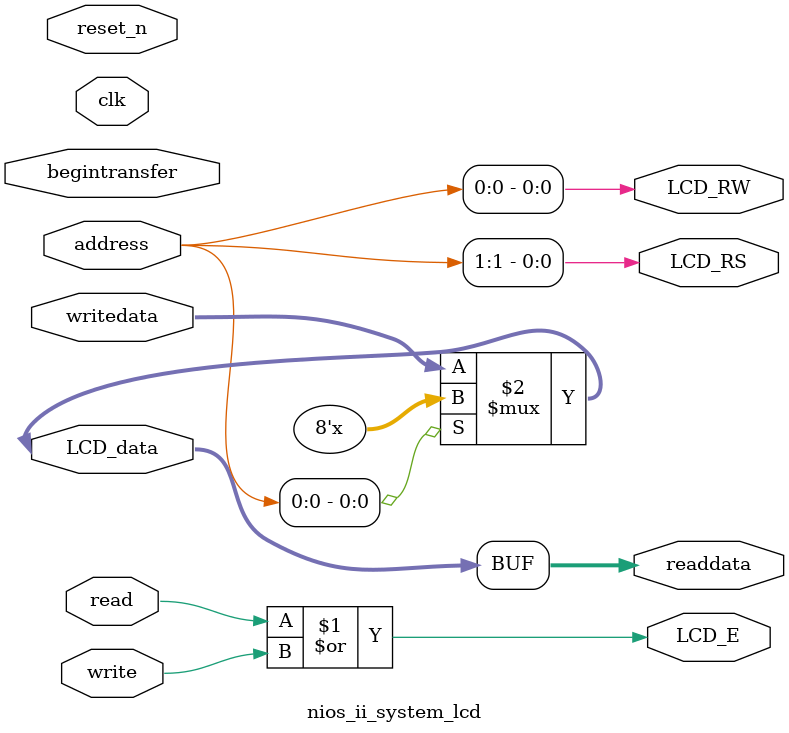
<source format=v>

`timescale 1ns / 1ps
// synthesis translate_on

// turn off superfluous verilog processor warnings 
// altera message_level Level1 
// altera message_off 10034 10035 10036 10037 10230 10240 10030 

module nios_ii_system_lcd (
                            // inputs:
                             address,
                             begintransfer,
                             clk,
                             read,
                             reset_n,
                             write,
                             writedata,

                            // outputs:
                             LCD_E,
                             LCD_RS,
                             LCD_RW,
                             LCD_data,
                             readdata
                          )
;

  output           LCD_E;
  output           LCD_RS;
  output           LCD_RW;
  inout   [  7: 0] LCD_data;
  output  [  7: 0] readdata;
  input   [  1: 0] address;
  input            begintransfer;
  input            clk;
  input            read;
  input            reset_n;
  input            write;
  input   [  7: 0] writedata;

  wire             LCD_E;
  wire             LCD_RS;
  wire             LCD_RW;
  wire    [  7: 0] LCD_data;
  wire    [  7: 0] readdata;
  assign LCD_RW = address[0];
  assign LCD_RS = address[1];
  assign LCD_E = read | write;
  assign LCD_data = (address[0]) ? {8{1'bz}} : writedata;
  assign readdata = LCD_data;
  //control_slave, which is an e_avalon_slave

endmodule


</source>
